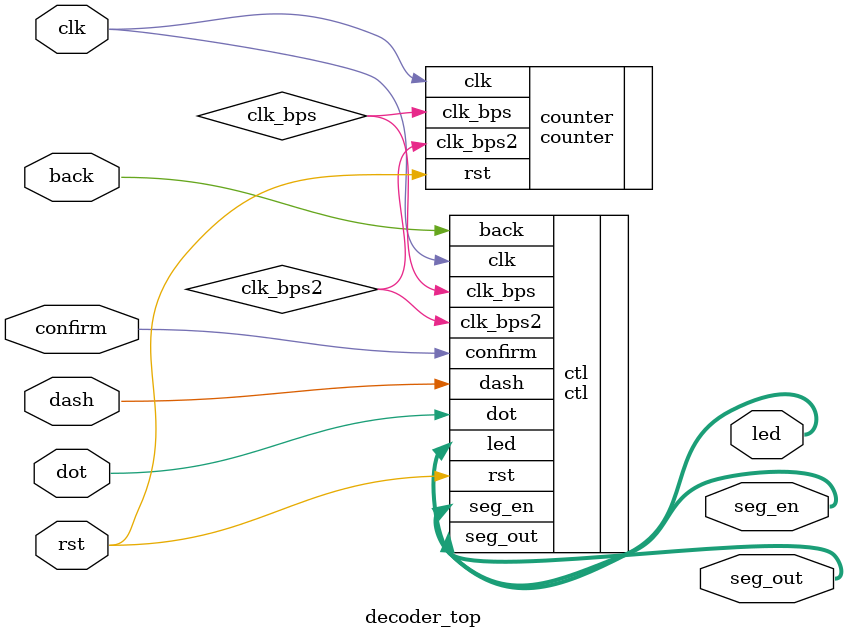
<source format=v>
`timescale 1ns / 1ps


module decoder_top(
        input clk,
 	 	input rst,
 	 	input dot,dash,confirm,back,
 	 	output [9:0]led,
 	 	output [7:0]seg_out,
 	 	output [7:0]seg_en
 	 	);
 	 	
 	 	wire clk_bps;
 	 	wire clk_bps2;
 	 	reg[9:0]temp;
 	 	
 	 	counter counter(
 	 		.clk( clk ),
 	 		.rst( rst ),
 	 		.clk_bps( clk_bps ),
 	 		.clk_bps2(clk_bps2)
 	 	);
 	 	ctl ctl(
 	 		.clk( clk ),
 	 		.rst( rst ),
 	 		.clk_bps( clk_bps ),
 	 		.clk_bps2( clk_bps2 ),
 	 		.dot(dot),
 	 		.dash(dash),
 	 		.confirm(confirm),
 	 		.back(back),
 	 		.led( led ),
 	 		.seg_en( seg_en ),
 	 		.seg_out( seg_out )
 	 	);
endmodule

</source>
